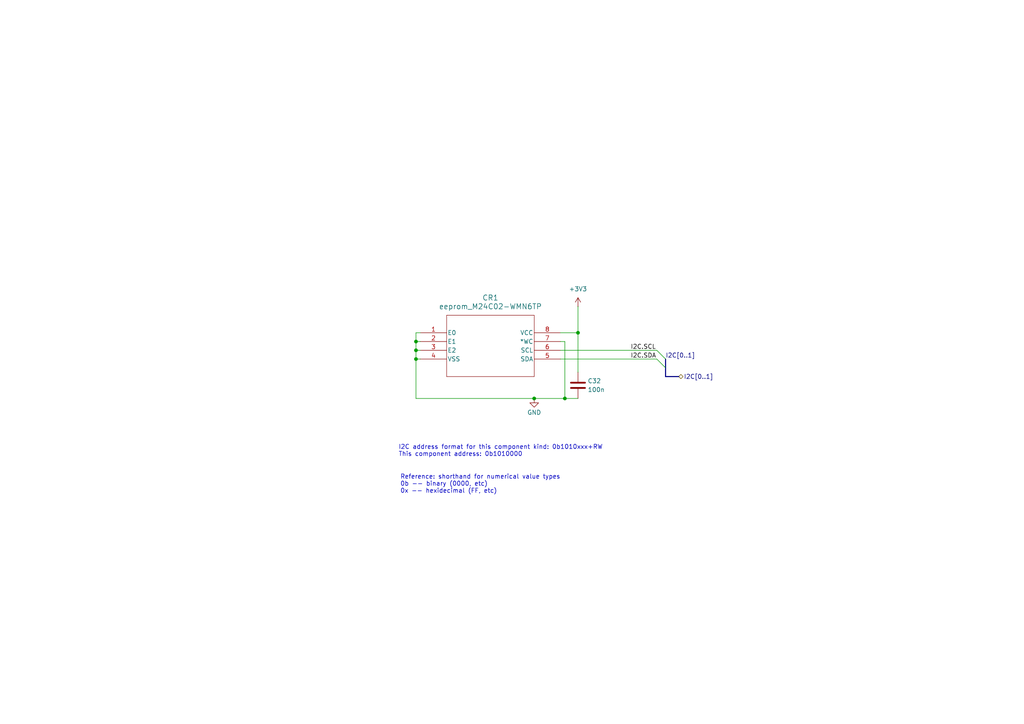
<source format=kicad_sch>
(kicad_sch (version 20250114) (generator "eeschema") (generator_version "9.0")
  (paper "A4")
  (title_block (title "EEPROM"))
  (lib_symbols
    (symbol "Device:C" (pin_numbers (hide yes)) (pin_names (offset 0.254))
      (property "Reference" "C" (at 0.635 2.54 0))
      (property "Value" "C" (at 0.635 -2.54 0))
      (symbol "C_0_1"
        (polyline (pts (xy -2.032 0.762) (xy 2.032 0.762)) (stroke (width 0.508)))
        (polyline (pts (xy -2.032 -0.762) (xy 2.032 -0.762)) (stroke (width 0.508)))
      )
      (symbol "C_1_1"
        (pin passive line (at 0 3.81 270) (length 2.794) (name "~") (number "1"))
        (pin passive line (at 0 -3.81 90) (length 2.794) (name "~") (number "2"))
      )
    )
    (symbol "pc_mainboard:eeprom_M24C02-WMN6TP" (pin_names (offset 0.254))
      (property "Reference" "CR" (at 20.32 10.16 0))
      (property "Value" "eeprom_M24C02-WMN6TP" (at 20.32 7.62 0))
      (symbol "eeprom_M24C02-WMN6TP_0_1"
        (polyline (pts (xy 7.62 5.08) (xy 7.62 -12.7)) (stroke (width 0.127)))
        (polyline (pts (xy 7.62 -12.7) (xy 33.02 -12.7)) (stroke (width 0.127)))
        (polyline (pts (xy 33.02 5.08) (xy 7.62 5.08)) (stroke (width 0.127)))
        (polyline (pts (xy 33.02 -12.7) (xy 33.02 5.08)) (stroke (width 0.127)))
        (pin unspecified line (at 0 0 0) (length 7.62) (name "E0") (number "1"))
        (pin unspecified line (at 0 -2.54 0) (length 7.62) (name "E1") (number "2"))
        (pin unspecified line (at 0 -5.08 0) (length 7.62) (name "E2") (number "3"))
        (pin power_in line (at 0 -7.62 0) (length 7.62) (name "VSS") (number "4"))
        (pin power_in line (at 40.64 0 180) (length 7.62) (name "VCC") (number "8"))
        (pin input line (at 40.64 -2.54 180) (length 7.62) (name "*WC") (number "7"))
        (pin input line (at 40.64 -5.08 180) (length 7.62) (name "SCL") (number "6"))
        (pin bidirectional line (at 40.64 -7.62 180) (length 7.62) (name "SDA") (number "5"))
      )
    )
    (symbol "power:+3V3" (power) (pin_numbers (hide yes)) (pin_names (offset 0) (hide yes))
      (property "Value" "+3V3" (at 0 3.556 0))
      (symbol "+3V3_0_1"
        (polyline (pts (xy -0.762 1.27) (xy 0 2.54)))
        (polyline (pts (xy 0 2.54) (xy 0.762 1.27)))
        (polyline (pts (xy 0 0) (xy 0 2.54)))
      )
      (symbol "+3V3_1_1"
        (pin power_in line (at 0 0 90) (length 0) (name "~") (number "1"))
      )
    )
    (symbol "power:GND" (power) (pin_numbers (hide yes)) (pin_names (offset 0) (hide yes))
      (property "Value" "GND" (at 0 -3.81 0))
      (symbol "GND_0_1"
        (polyline (pts (xy 0 0) (xy 0 -1.27) (xy 1.27 -1.27) (xy 0 -2.54) (xy -1.27 -1.27) (xy 0 -1.27)))
      )
      (symbol "GND_1_1"
        (pin power_in line (at 0 0 270) (length 0) (name "~") (number "1"))
      )
    )
  )
  (text "I2C address format for this component kind: 0b1010xxx+RW\nThis component address: 0b1010000" (at 115.57 129.032 0) (effects (font (size 1.27 1.27)) (justify left top)))
  (text "Reference: shorthand for numerical value types\n0b -- binary (0000, etc)\n0x -- hexidecimal (FF, etc)" (at 116.078 137.668 0) (effects (font (size 1.27 1.27)) (justify left top)))
  (junction (at 120.65 104.14))
  (junction (at 167.64 96.52))
  (junction (at 163.83 115.57))
  (junction (at 120.65 99.06))
  (junction (at 154.94 115.57))
  (junction (at 120.65 101.6))
  (bus_entry (at 190.5 101.6) (size 2.54 2.54))
  (bus_entry (at 190.5 104.14) (size 2.54 2.54))
  (bus (pts (xy 193.04 104.14) (xy 193.04 106.68)))
  (wire (pts (xy 120.65 99.06) (xy 120.65 101.6)))
  (wire (pts (xy 162.56 99.06) (xy 163.83 99.06)))
  (wire (pts (xy 163.83 115.57) (xy 167.64 115.57)))
  (wire (pts (xy 120.65 96.52) (xy 120.65 99.06)))
  (wire (pts (xy 121.92 96.52) (xy 120.65 96.52)))
  (bus (pts (xy 193.04 106.68) (xy 193.04 109.22)))
  (wire (pts (xy 120.65 115.57) (xy 154.94 115.57)))
  (wire (pts (xy 167.64 96.52) (xy 167.64 107.95)))
  (wire (pts (xy 120.65 104.14) (xy 120.65 115.57)))
  (wire (pts (xy 120.65 101.6) (xy 121.92 101.6)))
  (bus (pts (xy 193.04 109.22) (xy 196.85 109.22)))
  (wire (pts (xy 162.56 101.6) (xy 190.5 101.6)))
  (wire (pts (xy 120.65 101.6) (xy 120.65 104.14)))
  (wire (pts (xy 167.64 96.52) (xy 162.56 96.52)))
  (wire (pts (xy 120.65 99.06) (xy 121.92 99.06)))
  (wire (pts (xy 163.83 99.06) (xy 163.83 115.57)))
  (wire (pts (xy 162.56 104.14) (xy 190.5 104.14)))
  (wire (pts (xy 167.64 88.9) (xy 167.64 96.52)))
  (wire (pts (xy 154.94 115.57) (xy 163.83 115.57)))
  (wire (pts (xy 120.65 104.14) (xy 121.92 104.14)))
  (label "I2C.SDA" (at 182.88 104.14 0))
  (label "I2C.SCL" (at 182.88 101.6 0))
  (label "I2C[0..1]" (at 193.04 104.14 0))
  (hierarchical_label "I2C[0..1]" (shape bidirectional) (at 196.85 109.22 0))
  (symbol (lib_id "power:GND") (at 154.94 115.57 0) (unit 1)
    (property "Reference" "#PWR041" (effects (hide yes)))
    (property "Value" "GND" (at 154.94 119.634 0))
    (property "Description" "Power symbol creates a global label with name \"GND\" , ground" (effects (hide yes)))
  )
  (symbol (lib_id "power:+3V3") (at 167.64 88.9 0) (unit 1)
    (property "Reference" "#PWR040" (effects (hide yes)))
    (property "Value" "+3V3" (at 167.64 83.82 0))
    (property "Description" "Power symbol creates a global label with name \"+3V3\"" (effects (hide yes)))
  )
  (symbol (lib_id "pc_mainboard:eeprom_M24C02-WMN6TP") (at 121.92 96.52 0) (unit 1)
    (property "Reference" "CR1" (at 142.24 86.36 0) (effects (font (size 1.524 1.524))))
    (property "Value" "eeprom_M24C02-WMN6TP" (at 142.24 88.9 0) (effects (font (size 1.524 1.524))))
    (property "Footprint" "pc_mainboard:eeprom_SO-8_STM" (effects (hide yes)))
    (property "Datasheet" "M24C02-WMN6TP" (effects (hide yes)))
  )
  (symbol (lib_id "Device:C") (at 167.64 111.76 0) (unit 1)
    (property "Reference" "C32" (at 170.434 110.49 0) (effects (justify left)))
    (property "Value" "100n" (at 170.434 113.03 0) (effects (justify left)))
    (property "Footprint" "Capacitor_SMD:C_0603_1608Metric" (effects (hide yes)))
    (property "Description" "Unpolarized capacitor" (effects (hide yes)))
  )
)
</source>
